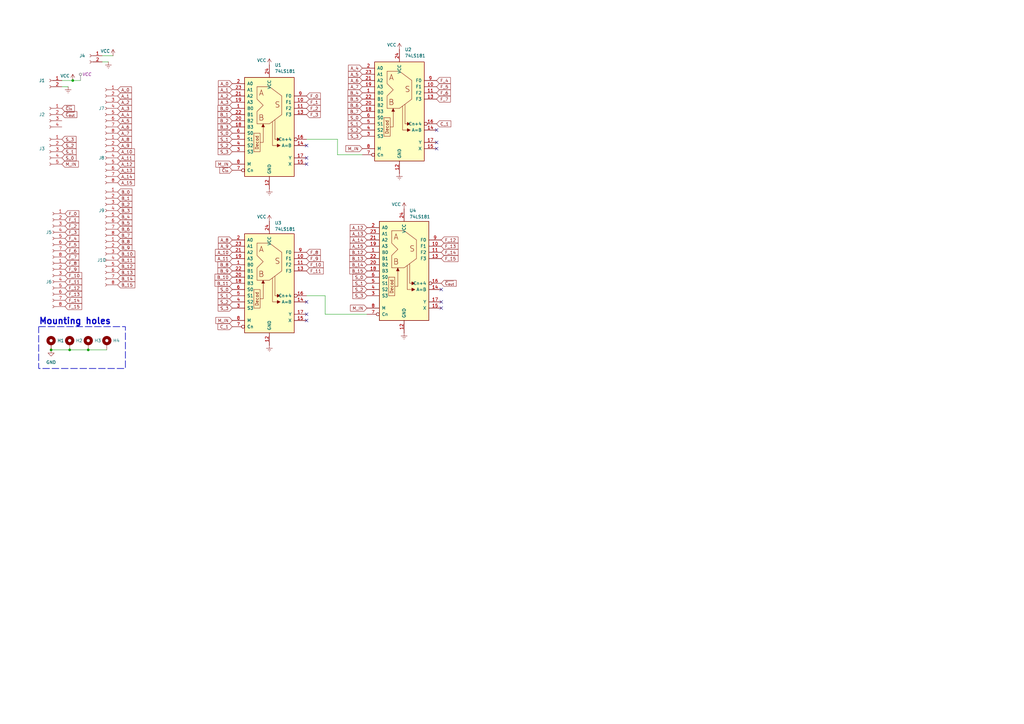
<source format=kicad_sch>
(kicad_sch (version 20231120) (generator "eeschema") (generator_version "8.0")
  (paper "A3")
  (lib_symbols
    (symbol "74xx:74LS181" (pin_names (offset 1.016))
      (property "Reference" "U" (at -7.62 21.59 0))
      (property "Value" "74LS181" (at -7.62 -21.59 0))
      (symbol "74LS181_1_0"
        (polyline (pts (xy -3.81 -6.35) (xy -2.54 -6.35) (xy -2.54 1.27)))
        (polyline (pts (xy -2.54 1.27) (xy -3.175 0) (xy -1.905 0)) (fill (type outline)))
        (polyline (pts (xy 1.27 2.159) (xy 1.27 -7.62) (xy 3.175 -7.62)))
        (polyline (pts (xy 3.175 -5.08) (xy 2.286 -5.08) (xy 2.286 2.921)))
        (polyline (pts (xy 4.445 -7.62) (xy 3.175 -6.985) (xy 3.175 -8.255) (xy 4.445 -7.62)) (fill (type outline)))
        (polyline (pts (xy 4.445 -5.08) (xy 3.175 -4.445) (xy 3.175 -5.715) (xy 4.445 -5.08)) (fill (type outline)))
        (polyline (pts (xy -6.35 -2.54) (xy -6.35 -10.16) (xy -3.81 -10.16) (xy -3.81 -2.54) (xy -6.35 -2.54)))
        (polyline (pts (xy -5.08 16.51) (xy -5.08 11.43) (xy -2.54 8.89) (xy -5.08 6.35) (xy -5.08 1.27) (xy 0 1.27) (xy 5.08 5.08) (xy 5.08 12.7) (xy 0 16.51) (xy -5.08 16.51)))
        (text "A" (at -3.302 13.97 0) (effects (font (size 2.286 2.286))))
        (text "B" (at -3.302 3.81 0) (effects (font (size 2.286 2.286))))
        (text "Decod" (at -5.08 -6.35 900) (effects (font (size 1.27 1.27))))
        (text "S" (at 3.302 9.144 0) (effects (font (size 2.286 2.286))))
        (pin input line (at -15.24 7.62 0) (length 5.08) (name "B0") (number "1"))
        (pin output line (at 15.24 10.16 180) (length 5.08) (name "F1") (number "10"))
        (pin output line (at 15.24 7.62 180) (length 5.08) (name "F2") (number "11"))
        (pin power_in line (at 0 -25.4 90) (length 5.08) (name "GND") (number "12"))
        (pin output line (at 15.24 5.08 180) (length 5.08) (name "F3") (number "13"))
        (pin output line (at 15.24 -7.62 180) (length 5.08) (name "A=B") (number "14"))
        (pin output line (at 15.24 -15.24 180) (length 5.08) (name "X") (number "15"))
        (pin output inverted (at 15.24 -5.08 180) (length 5.08) (name "Cn+4") (number "16"))
        (pin output line (at 15.24 -12.7 180) (length 5.08) (name "Y") (number "17"))
        (pin input line (at -15.24 0 0) (length 5.08) (name "B3") (number "18"))
        (pin input line (at -15.24 10.16 0) (length 5.08) (name "A3") (number "19"))
        (pin input line (at -15.24 17.78 0) (length 5.08) (name "A0") (number "2"))
        (pin input line (at -15.24 2.54 0) (length 5.08) (name "B2") (number "20"))
        (pin input line (at -15.24 12.7 0) (length 5.08) (name "A2") (number "21"))
        (pin input line (at -15.24 5.08 0) (length 5.08) (name "B1") (number "22"))
        (pin input line (at -15.24 15.24 0) (length 5.08) (name "A1") (number "23"))
        (pin power_in line (at 0 25.4 270) (length 5.08) (name "VCC") (number "24"))
        (pin input line (at -15.24 -10.16 0) (length 5.08) (name "S3") (number "3"))
        (pin input line (at -15.24 -7.62 0) (length 5.08) (name "S2") (number "4"))
        (pin input line (at -15.24 -5.08 0) (length 5.08) (name "S1") (number "5"))
        (pin input line (at -15.24 -2.54 0) (length 5.08) (name "S0") (number "6"))
        (pin input inverted (at -15.24 -17.78 0) (length 5.08) (name "Cn") (number "7"))
        (pin input line (at -15.24 -15.24 0) (length 5.08) (name "M") (number "8"))
        (pin output line (at 15.24 12.7 180) (length 5.08) (name "F0") (number "9"))
      )
      (symbol "74LS181_1_1"
        (rectangle (start -10.16 20.32) (end 10.16 -20.32) (stroke (width 0.254)) (fill (type background)))
      )
    )
    (symbol "Connector:Conn_01x02_Socket" (pin_names (offset 1.016) hide)
      (property "Reference" "J" (at 0 2.54 0))
      (property "Value" "Conn_01x02_Socket" (at 0 -5.08 0))
      (symbol "Conn_01x02_Socket_1_1"
        (arc (start 0 -2.032) (mid -0.5058 -2.54) (end 0 -3.048) (stroke (width 0.1524)))
        (polyline (pts (xy -1.27 -2.54) (xy -0.508 -2.54)) (stroke (width 0.1524)))
        (polyline (pts (xy -1.27 0) (xy -0.508 0)) (stroke (width 0.1524)))
        (arc (start 0 0.508) (mid -0.5058 0) (end 0 -0.508) (stroke (width 0.1524)))
        (pin passive line (at -5.08 0 0) (length 3.81) (name "Pin_1") (number "1"))
        (pin passive line (at -5.08 -2.54 0) (length 3.81) (name "Pin_2") (number "2"))
      )
    )
    (symbol "Connector:Conn_01x04_Socket" (pin_names (offset 1.016) hide)
      (property "Reference" "J" (at 0 5.08 0))
      (property "Value" "Conn_01x04_Socket" (at 0 -7.62 0))
      (symbol "Conn_01x04_Socket_1_1"
        (arc (start 0 -4.572) (mid -0.5058 -5.08) (end 0 -5.588) (stroke (width 0.1524)))
        (arc (start 0 -2.032) (mid -0.5058 -2.54) (end 0 -3.048) (stroke (width 0.1524)))
        (polyline (pts (xy -1.27 -5.08) (xy -0.508 -5.08)) (stroke (width 0.1524)))
        (polyline (pts (xy -1.27 -2.54) (xy -0.508 -2.54)) (stroke (width 0.1524)))
        (polyline (pts (xy -1.27 0) (xy -0.508 0)) (stroke (width 0.1524)))
        (polyline (pts (xy -1.27 2.54) (xy -0.508 2.54)) (stroke (width 0.1524)))
        (arc (start 0 0.508) (mid -0.5058 0) (end 0 -0.508) (stroke (width 0.1524)))
        (arc (start 0 3.048) (mid -0.5058 2.54) (end 0 2.032) (stroke (width 0.1524)))
        (pin passive line (at -5.08 2.54 0) (length 3.81) (name "Pin_1") (number "1"))
        (pin passive line (at -5.08 0 0) (length 3.81) (name "Pin_2") (number "2"))
        (pin passive line (at -5.08 -2.54 0) (length 3.81) (name "Pin_3") (number "3"))
        (pin passive line (at -5.08 -5.08 0) (length 3.81) (name "Pin_4") (number "4"))
      )
    )
    (symbol "Connector:Conn_01x05_Socket" (pin_names (offset 1.016) hide)
      (property "Reference" "J" (at 0 7.62 0))
      (property "Value" "Conn_01x05_Socket" (at 0 -7.62 0))
      (symbol "Conn_01x05_Socket_1_1"
        (arc (start 0 -4.572) (mid -0.5058 -5.08) (end 0 -5.588) (stroke (width 0.1524)))
        (arc (start 0 -2.032) (mid -0.5058 -2.54) (end 0 -3.048) (stroke (width 0.1524)))
        (polyline (pts (xy -1.27 -5.08) (xy -0.508 -5.08)) (stroke (width 0.1524)))
        (polyline (pts (xy -1.27 -2.54) (xy -0.508 -2.54)) (stroke (width 0.1524)))
        (polyline (pts (xy -1.27 0) (xy -0.508 0)) (stroke (width 0.1524)))
        (polyline (pts (xy -1.27 2.54) (xy -0.508 2.54)) (stroke (width 0.1524)))
        (polyline (pts (xy -1.27 5.08) (xy -0.508 5.08)) (stroke (width 0.1524)))
        (arc (start 0 0.508) (mid -0.5058 0) (end 0 -0.508) (stroke (width 0.1524)))
        (arc (start 0 3.048) (mid -0.5058 2.54) (end 0 2.032) (stroke (width 0.1524)))
        (arc (start 0 5.588) (mid -0.5058 5.08) (end 0 4.572) (stroke (width 0.1524)))
        (pin passive line (at -5.08 5.08 0) (length 3.81) (name "Pin_1") (number "1"))
        (pin passive line (at -5.08 2.54 0) (length 3.81) (name "Pin_2") (number "2"))
        (pin passive line (at -5.08 0 0) (length 3.81) (name "Pin_3") (number "3"))
        (pin passive line (at -5.08 -2.54 0) (length 3.81) (name "Pin_4") (number "4"))
        (pin passive line (at -5.08 -5.08 0) (length 3.81) (name "Pin_5") (number "5"))
      )
    )
    (symbol "Connector:Conn_01x08_Socket" (pin_names (offset 1.016) hide)
      (property "Reference" "J" (at 0 10.16 0))
      (property "Value" "Conn_01x08_Socket" (at 0 -12.7 0))
      (symbol "Conn_01x08_Socket_1_1"
        (arc (start 0 -9.652) (mid -0.5058 -10.16) (end 0 -10.668) (stroke (width 0.1524)))
        (arc (start 0 -7.112) (mid -0.5058 -7.62) (end 0 -8.128) (stroke (width 0.1524)))
        (arc (start 0 -4.572) (mid -0.5058 -5.08) (end 0 -5.588) (stroke (width 0.1524)))
        (arc (start 0 -2.032) (mid -0.5058 -2.54) (end 0 -3.048) (stroke (width 0.1524)))
        (polyline (pts (xy -1.27 -10.16) (xy -0.508 -10.16)) (stroke (width 0.1524)))
        (polyline (pts (xy -1.27 -7.62) (xy -0.508 -7.62)) (stroke (width 0.1524)))
        (polyline (pts (xy -1.27 -5.08) (xy -0.508 -5.08)) (stroke (width 0.1524)))
        (polyline (pts (xy -1.27 -2.54) (xy -0.508 -2.54)) (stroke (width 0.1524)))
        (polyline (pts (xy -1.27 0) (xy -0.508 0)) (stroke (width 0.1524)))
        (polyline (pts (xy -1.27 2.54) (xy -0.508 2.54)) (stroke (width 0.1524)))
        (polyline (pts (xy -1.27 5.08) (xy -0.508 5.08)) (stroke (width 0.1524)))
        (polyline (pts (xy -1.27 7.62) (xy -0.508 7.62)) (stroke (width 0.1524)))
        (arc (start 0 0.508) (mid -0.5058 0) (end 0 -0.508) (stroke (width 0.1524)))
        (arc (start 0 3.048) (mid -0.5058 2.54) (end 0 2.032) (stroke (width 0.1524)))
        (arc (start 0 5.588) (mid -0.5058 5.08) (end 0 4.572) (stroke (width 0.1524)))
        (arc (start 0 8.128) (mid -0.5058 7.62) (end 0 7.112) (stroke (width 0.1524)))
        (pin passive line (at -5.08 7.62 0) (length 3.81) (name "Pin_1") (number "1"))
        (pin passive line (at -5.08 5.08 0) (length 3.81) (name "Pin_2") (number "2"))
        (pin passive line (at -5.08 2.54 0) (length 3.81) (name "Pin_3") (number "3"))
        (pin passive line (at -5.08 0 0) (length 3.81) (name "Pin_4") (number "4"))
        (pin passive line (at -5.08 -2.54 0) (length 3.81) (name "Pin_5") (number "5"))
        (pin passive line (at -5.08 -5.08 0) (length 3.81) (name "Pin_6") (number "6"))
        (pin passive line (at -5.08 -7.62 0) (length 3.81) (name "Pin_7") (number "7"))
        (pin passive line (at -5.08 -10.16 0) (length 3.81) (name "Pin_8") (number "8"))
      )
    )
    (symbol "Mechanical:MountingHole_Pad" (pin_numbers hide) (pin_names (offset 1.016) hide) (exclude_from_sim yes) (in_bom no)
      (property "Reference" "H" (at 0 6.35 0))
      (property "Value" "MountingHole_Pad" (at 0 4.445 0))
      (symbol "MountingHole_Pad_0_1"
        (circle (center 0 1.27) (radius 1.27) (stroke (width 1.27)))
      )
      (symbol "MountingHole_Pad_1_1"
        (pin input line (at 0 -2.54 90) (length 2.54) (name "1") (number "1"))
      )
    )
    (symbol "power:Earth" (power) (pin_numbers hide) (pin_names (offset 0) hide)
      (property "Value" "Earth" (at 0 -3.81 0))
      (symbol "Earth_0_1"
        (polyline (pts (xy -0.635 -1.905) (xy 0.635 -1.905)))
        (polyline (pts (xy -0.127 -2.54) (xy 0.127 -2.54)))
        (polyline (pts (xy 0 -1.27) (xy 0 0)))
        (polyline (pts (xy 1.27 -1.27) (xy -1.27 -1.27)))
      )
      (symbol "Earth_1_1"
        (pin power_in line (at 0 0 270) (length 0) (name "~") (number "1"))
      )
    )
    (symbol "power:GND" (power) (pin_numbers hide) (pin_names (offset 0) hide)
      (property "Value" "GND" (at 0 -3.81 0))
      (symbol "GND_0_1"
        (polyline (pts (xy 0 0) (xy 0 -1.27) (xy 1.27 -1.27) (xy 0 -2.54) (xy -1.27 -1.27) (xy 0 -1.27)))
      )
      (symbol "GND_1_1"
        (pin power_in line (at 0 0 270) (length 0) (name "~") (number "1"))
      )
    )
    (symbol "power:VCC" (power) (pin_numbers hide) (pin_names (offset 0) hide)
      (property "Value" "VCC" (at 0 3.556 0))
      (symbol "VCC_0_1"
        (polyline (pts (xy -0.762 1.27) (xy 0 2.54)))
        (polyline (pts (xy 0 0) (xy 0 2.54)))
        (polyline (pts (xy 0 2.54) (xy 0.762 1.27)))
      )
      (symbol "VCC_1_1"
        (pin power_in line (at 0 0 90) (length 0) (name "~") (number "1"))
      )
    )
  )
  (junction (at 28.575 143.51))
  (junction (at 29.845 33.02))
  (junction (at 36.195 143.51))
  (junction (at 20.955 143.51))
  (no_connect (at 180.975 123.825))
  (no_connect (at 180.975 118.745))
  (no_connect (at 125.73 123.825))
  (no_connect (at 179.07 60.96))
  (no_connect (at 125.73 131.445))
  (no_connect (at 125.73 59.69))
  (no_connect (at 125.73 128.905))
  (no_connect (at 125.73 64.77))
  (no_connect (at 125.73 67.31))
  (no_connect (at 179.07 53.34))
  (no_connect (at 180.975 126.365))
  (no_connect (at 179.07 58.42))
  (wire (pts (xy 133.35 128.905) (xy 150.495 128.905)))
  (wire (pts (xy 125.73 121.285) (xy 133.35 121.285)))
  (wire (pts (xy 27.94 35.56) (xy 25.4 35.56)))
  (wire (pts (xy 125.73 57.15) (xy 138.43 57.15)))
  (wire (pts (xy 29.845 33.02) (xy 33.02 33.02)))
  (wire (pts (xy 138.43 57.15) (xy 138.43 63.5)))
  (wire (pts (xy 25.4 33.02) (xy 29.845 33.02)))
  (wire (pts (xy 20.955 143.51) (xy 28.575 143.51)))
  (wire (pts (xy 28.575 143.51) (xy 36.195 143.51)))
  (wire (pts (xy 41.91 22.86) (xy 46.355 22.86)))
  (wire (pts (xy 138.43 63.5) (xy 148.59 63.5)))
  (wire (pts (xy 44.45 25.4) (xy 41.91 25.4)))
  (wire (pts (xy 36.195 143.51) (xy 43.815 143.51)))
  (wire (pts (xy 133.35 121.285) (xy 133.35 128.905)))
  (rectangle (start 15.875 133.985) (end 51.435 151.13) (stroke (width 0.254) (type dash)))
  (text "Mounting holes" (at 15.875 131.826 0) (effects (font (size 2.54 2.54) (thickness 0.508) (bold yes)) (justify left)))
  (global_label "B_5" (shape input) (at 148.59 40.64 180) (property "Intersheetrefs" "${INTERSHEET_REFS}" (effects (hide yes))))
  (global_label "A_5" (shape input) (at 148.59 30.48 180) (property "Intersheetrefs" "${INTERSHEET_REFS}" (effects (hide yes))))
  (global_label "F_10" (shape input) (at 26.67 113.03 0) (property "Intersheetrefs" "${INTERSHEET_REFS}" (effects (hide yes))))
  (global_label "F_0" (shape input) (at 26.67 87.63 0) (property "Intersheetrefs" "${INTERSHEET_REFS}" (effects (hide yes))))
  (global_label "~{C_{in}}" (shape input) (at 95.25 69.85 180) (property "Intersheetrefs" "${INTERSHEET_REFS}" (effects (hide yes))))
  (global_label "M_IN" (shape input) (at 25.4 67.31 0) (property "Intersheetrefs" "${INTERSHEET_REFS}" (effects (hide yes))))
  (global_label "S_1" (shape input) (at 25.4 62.23 0) (property "Intersheetrefs" "${INTERSHEET_REFS}" (effects (hide yes))))
  (global_label "B_2" (shape input) (at 95.25 49.53 180) (property "Intersheetrefs" "${INTERSHEET_REFS}" (effects (hide yes))))
  (global_label "S_3" (shape input) (at 95.25 126.365 180) (property "Intersheetrefs" "${INTERSHEET_REFS}" (effects (hide yes))))
  (global_label "S_2" (shape input) (at 25.4 59.69 0) (property "Intersheetrefs" "${INTERSHEET_REFS}" (effects (hide yes))))
  (global_label "B_15" (shape input) (at 48.26 116.84 0) (property "Intersheetrefs" "${INTERSHEET_REFS}" (effects (hide yes))))
  (global_label "B_2" (shape input) (at 48.26 83.82 0) (property "Intersheetrefs" "${INTERSHEET_REFS}" (effects (hide yes))))
  (global_label "B_15" (shape input) (at 150.495 111.125 180) (property "Intersheetrefs" "${INTERSHEET_REFS}" (effects (hide yes))))
  (global_label "B_13" (shape input) (at 150.495 106.045 180) (property "Intersheetrefs" "${INTERSHEET_REFS}" (effects (hide yes))))
  (global_label "~{C_{in}}" (shape input) (at 25.4 44.45 0) (property "Intersheetrefs" "${INTERSHEET_REFS}" (effects (hide yes))))
  (global_label "S_0" (shape input) (at 95.25 54.61 180) (property "Intersheetrefs" "${INTERSHEET_REFS}" (effects (hide yes))))
  (global_label "M_IN" (shape input) (at 95.25 67.31 180) (property "Intersheetrefs" "${INTERSHEET_REFS}" (effects (hide yes))))
  (global_label "B_12" (shape input) (at 150.495 103.505 180) (property "Intersheetrefs" "${INTERSHEET_REFS}" (effects (hide yes))))
  (global_label "F_13" (shape input) (at 180.975 100.965 0) (property "Intersheetrefs" "${INTERSHEET_REFS}" (effects (hide yes))))
  (global_label "F_4" (shape input) (at 26.67 97.79 0) (property "Intersheetrefs" "${INTERSHEET_REFS}" (effects (hide yes))))
  (global_label "F_4" (shape input) (at 179.07 33.02 0) (property "Intersheetrefs" "${INTERSHEET_REFS}" (effects (hide yes))))
  (global_label "A_7" (shape input) (at 48.26 54.61 0) (property "Intersheetrefs" "${INTERSHEET_REFS}" (effects (hide yes))))
  (global_label "F_13" (shape input) (at 26.67 120.65 0) (property "Intersheetrefs" "${INTERSHEET_REFS}" (effects (hide yes))))
  (global_label "F_8" (shape input) (at 26.67 107.95 0) (property "Intersheetrefs" "${INTERSHEET_REFS}" (effects (hide yes))))
  (global_label "F_12" (shape input) (at 180.975 98.425 0) (property "Intersheetrefs" "${INTERSHEET_REFS}" (effects (hide yes))))
  (global_label "B_11" (shape input) (at 95.25 116.205 180) (property "Intersheetrefs" "${INTERSHEET_REFS}" (effects (hide yes))))
  (global_label "B_13" (shape input) (at 48.26 111.76 0) (property "Intersheetrefs" "${INTERSHEET_REFS}" (effects (hide yes))))
  (global_label "A_8" (shape input) (at 48.26 57.15 0) (property "Intersheetrefs" "${INTERSHEET_REFS}" (effects (hide yes))))
  (global_label "B_5" (shape input) (at 48.26 91.44 0) (property "Intersheetrefs" "${INTERSHEET_REFS}" (effects (hide yes))))
  (global_label "A_1" (shape input) (at 95.25 36.83 180) (property "Intersheetrefs" "${INTERSHEET_REFS}" (effects (hide yes))))
  (global_label "F_6" (shape input) (at 26.67 102.87 0) (property "Intersheetrefs" "${INTERSHEET_REFS}" (effects (hide yes))))
  (global_label "F_10" (shape input) (at 125.73 108.585 0) (property "Intersheetrefs" "${INTERSHEET_REFS}" (effects (hide yes))))
  (global_label "F_12" (shape input) (at 26.67 118.11 0) (property "Intersheetrefs" "${INTERSHEET_REFS}" (effects (hide yes))))
  (global_label "S_2" (shape input) (at 150.495 118.745 180) (property "Intersheetrefs" "${INTERSHEET_REFS}" (effects (hide yes))))
  (global_label "B_0" (shape input) (at 48.26 78.74 0) (property "Intersheetrefs" "${INTERSHEET_REFS}" (effects (hide yes))))
  (global_label "F_0" (shape input) (at 125.73 39.37 0) (property "Intersheetrefs" "${INTERSHEET_REFS}" (effects (hide yes))))
  (global_label "B_7" (shape input) (at 48.26 96.52 0) (property "Intersheetrefs" "${INTERSHEET_REFS}" (effects (hide yes))))
  (global_label "S_1" (shape input) (at 150.495 116.205 180) (property "Intersheetrefs" "${INTERSHEET_REFS}" (effects (hide yes))))
  (global_label "M_IN" (shape input) (at 150.495 126.365 180) (property "Intersheetrefs" "${INTERSHEET_REFS}" (effects (hide yes))))
  (global_label "F_7" (shape input) (at 179.07 40.64 0) (property "Intersheetrefs" "${INTERSHEET_REFS}" (effects (hide yes))))
  (global_label "B_14" (shape input) (at 48.26 114.3 0) (property "Intersheetrefs" "${INTERSHEET_REFS}" (effects (hide yes))))
  (global_label "S_3" (shape input) (at 25.4 57.15 0) (property "Intersheetrefs" "${INTERSHEET_REFS}" (effects (hide yes))))
  (global_label "B_1" (shape input) (at 95.25 46.99 180) (property "Intersheetrefs" "${INTERSHEET_REFS}" (effects (hide yes))))
  (global_label "F_2" (shape input) (at 125.73 44.45 0) (property "Intersheetrefs" "${INTERSHEET_REFS}" (effects (hide yes))))
  (global_label "B_12" (shape input) (at 48.26 109.22 0) (property "Intersheetrefs" "${INTERSHEET_REFS}" (effects (hide yes))))
  (global_label "S_2" (shape input) (at 148.59 53.34 180) (property "Intersheetrefs" "${INTERSHEET_REFS}" (effects (hide yes))))
  (global_label "A_12" (shape input) (at 48.26 67.31 0) (property "Intersheetrefs" "${INTERSHEET_REFS}" (effects (hide yes))))
  (global_label "B_3" (shape input) (at 48.26 86.36 0) (property "Intersheetrefs" "${INTERSHEET_REFS}" (effects (hide yes))))
  (global_label "F_3" (shape input) (at 125.73 46.99 0) (property "Intersheetrefs" "${INTERSHEET_REFS}" (effects (hide yes))))
  (global_label "F_15" (shape input) (at 180.975 106.045 0) (property "Intersheetrefs" "${INTERSHEET_REFS}" (effects (hide yes))))
  (global_label "S_1" (shape input) (at 95.25 121.285 180) (property "Intersheetrefs" "${INTERSHEET_REFS}" (effects (hide yes))))
  (global_label "A_7" (shape input) (at 148.59 35.56 180) (property "Intersheetrefs" "${INTERSHEET_REFS}" (effects (hide yes))))
  (global_label "F_5" (shape input) (at 179.07 35.56 0) (property "Intersheetrefs" "${INTERSHEET_REFS}" (effects (hide yes))))
  (global_label "C_1" (shape input) (at 179.07 50.8 0) (property "Intersheetrefs" "${INTERSHEET_REFS}" (effects (hide yes))))
  (global_label "S_1" (shape input) (at 95.25 57.15 180) (property "Intersheetrefs" "${INTERSHEET_REFS}" (effects (hide yes))))
  (global_label "A_2" (shape input) (at 95.25 39.37 180) (property "Intersheetrefs" "${INTERSHEET_REFS}" (effects (hide yes))))
  (global_label "F_1" (shape input) (at 125.73 41.91 0) (property "Intersheetrefs" "${INTERSHEET_REFS}" (effects (hide yes))))
  (global_label "S_0" (shape input) (at 150.495 113.665 180) (property "Intersheetrefs" "${INTERSHEET_REFS}" (effects (hide yes))))
  (global_label "A_9" (shape input) (at 48.26 59.69 0) (property "Intersheetrefs" "${INTERSHEET_REFS}" (effects (hide yes))))
  (global_label "A_0" (shape input) (at 48.26 36.83 0) (property "Intersheetrefs" "${INTERSHEET_REFS}" (effects (hide yes))))
  (global_label "B_7" (shape input) (at 148.59 45.72 180) (property "Intersheetrefs" "${INTERSHEET_REFS}" (effects (hide yes))))
  (global_label "B_8" (shape input) (at 95.25 108.585 180) (property "Intersheetrefs" "${INTERSHEET_REFS}" (effects (hide yes))))
  (global_label "A_14" (shape input) (at 48.26 72.39 0) (property "Intersheetrefs" "${INTERSHEET_REFS}" (effects (hide yes))))
  (global_label "A_6" (shape input) (at 148.59 33.02 180) (property "Intersheetrefs" "${INTERSHEET_REFS}" (effects (hide yes))))
  (global_label "B_14" (shape input) (at 150.495 108.585 180) (property "Intersheetrefs" "${INTERSHEET_REFS}" (effects (hide yes))))
  (global_label "C_1" (shape input) (at 95.25 133.985 180) (property "Intersheetrefs" "${INTERSHEET_REFS}" (effects (hide yes))))
  (global_label "B_8" (shape input) (at 48.26 99.06 0) (property "Intersheetrefs" "${INTERSHEET_REFS}" (effects (hide yes))))
  (global_label "F_11" (shape input) (at 125.73 111.125 0) (property "Intersheetrefs" "${INTERSHEET_REFS}" (effects (hide yes))))
  (global_label "F_7" (shape input) (at 26.67 105.41 0) (property "Intersheetrefs" "${INTERSHEET_REFS}" (effects (hide yes))))
  (global_label "F_9" (shape input) (at 125.73 106.045 0) (property "Intersheetrefs" "${INTERSHEET_REFS}" (effects (hide yes))))
  (global_label "B_1" (shape input) (at 48.26 81.28 0) (property "Intersheetrefs" "${INTERSHEET_REFS}" (effects (hide yes))))
  (global_label "A_10" (shape input) (at 48.26 62.23 0) (property "Intersheetrefs" "${INTERSHEET_REFS}" (effects (hide yes))))
  (global_label "B_0" (shape input) (at 95.25 44.45 180) (property "Intersheetrefs" "${INTERSHEET_REFS}" (effects (hide yes))))
  (global_label "A_0" (shape input) (at 95.25 34.29 180) (property "Intersheetrefs" "${INTERSHEET_REFS}" (effects (hide yes))))
  (global_label "A_13" (shape input) (at 48.26 69.85 0) (property "Intersheetrefs" "${INTERSHEET_REFS}" (effects (hide yes))))
  (global_label "F_6" (shape input) (at 179.07 38.1 0) (property "Intersheetrefs" "${INTERSHEET_REFS}" (effects (hide yes))))
  (global_label "S_1" (shape input) (at 148.59 50.8 180) (property "Intersheetrefs" "${INTERSHEET_REFS}" (effects (hide yes))))
  (global_label "A_13" (shape input) (at 150.495 95.885 180) (property "Intersheetrefs" "${INTERSHEET_REFS}" (effects (hide yes))))
  (global_label "B_4" (shape input) (at 148.59 38.1 180) (property "Intersheetrefs" "${INTERSHEET_REFS}" (effects (hide yes))))
  (global_label "A_11" (shape input) (at 48.26 64.77 0) (property "Intersheetrefs" "${INTERSHEET_REFS}" (effects (hide yes))))
  (global_label "F_5" (shape input) (at 26.67 100.33 0) (property "Intersheetrefs" "${INTERSHEET_REFS}" (effects (hide yes))))
  (global_label "A_12" (shape input) (at 150.495 93.345 180) (property "Intersheetrefs" "${INTERSHEET_REFS}" (effects (hide yes))))
  (global_label "A_14" (shape input) (at 150.495 98.425 180) (property "Intersheetrefs" "${INTERSHEET_REFS}" (effects (hide yes))))
  (global_label "S_3" (shape input) (at 148.59 55.88 180) (property "Intersheetrefs" "${INTERSHEET_REFS}" (effects (hide yes))))
  (global_label "F_1" (shape input) (at 26.67 90.17 0) (property "Intersheetrefs" "${INTERSHEET_REFS}" (effects (hide yes))))
  (global_label "~{C_{out}}" (shape input) (at 25.4 46.99 0) (property "Intersheetrefs" "${INTERSHEET_REFS}" (effects (hide yes))))
  (global_label "F_9" (shape input) (at 26.67 110.49 0) (property "Intersheetrefs" "${INTERSHEET_REFS}" (effects (hide yes))))
  (global_label "S_2" (shape input) (at 95.25 59.69 180) (property "Intersheetrefs" "${INTERSHEET_REFS}" (effects (hide yes))))
  (global_label "A_9" (shape input) (at 95.25 100.965 180) (property "Intersheetrefs" "${INTERSHEET_REFS}" (effects (hide yes))))
  (global_label "A_1" (shape input) (at 48.26 39.37 0) (property "Intersheetrefs" "${INTERSHEET_REFS}" (effects (hide yes))))
  (global_label "F_2" (shape input) (at 26.67 92.71 0) (property "Intersheetrefs" "${INTERSHEET_REFS}" (effects (hide yes))))
  (global_label "B_6" (shape input) (at 48.26 93.98 0) (property "Intersheetrefs" "${INTERSHEET_REFS}" (effects (hide yes))))
  (global_label "F_8" (shape input) (at 125.73 103.505 0) (property "Intersheetrefs" "${INTERSHEET_REFS}" (effects (hide yes))))
  (global_label "A_6" (shape input) (at 48.26 52.07 0) (property "Intersheetrefs" "${INTERSHEET_REFS}" (effects (hide yes))))
  (global_label "A_15" (shape input) (at 150.495 100.965 180) (property "Intersheetrefs" "${INTERSHEET_REFS}" (effects (hide yes))))
  (global_label "A_4" (shape input) (at 48.26 46.99 0) (property "Intersheetrefs" "${INTERSHEET_REFS}" (effects (hide yes))))
  (global_label "B_9" (shape input) (at 48.26 101.6 0) (property "Intersheetrefs" "${INTERSHEET_REFS}" (effects (hide yes))))
  (global_label "F_11" (shape input) (at 26.67 115.57 0) (property "Intersheetrefs" "${INTERSHEET_REFS}" (effects (hide yes))))
  (global_label "M_IN" (shape input) (at 95.25 131.445 180) (property "Intersheetrefs" "${INTERSHEET_REFS}" (effects (hide yes))))
  (global_label "A_15" (shape input) (at 48.26 74.93 0) (property "Intersheetrefs" "${INTERSHEET_REFS}" (effects (hide yes))))
  (global_label "F_14" (shape input) (at 180.975 103.505 0) (property "Intersheetrefs" "${INTERSHEET_REFS}" (effects (hide yes))))
  (global_label "B_10" (shape input) (at 95.25 113.665 180) (property "Intersheetrefs" "${INTERSHEET_REFS}" (effects (hide yes))))
  (global_label "M_IN" (shape input) (at 148.59 60.96 180) (property "Intersheetrefs" "${INTERSHEET_REFS}" (effects (hide yes))))
  (global_label "S_0" (shape input) (at 148.59 48.26 180) (property "Intersheetrefs" "${INTERSHEET_REFS}" (effects (hide yes))))
  (global_label "S_3" (shape input) (at 150.495 121.285 180) (property "Intersheetrefs" "${INTERSHEET_REFS}" (effects (hide yes))))
  (global_label "A_3" (shape input) (at 48.26 44.45 0) (property "Intersheetrefs" "${INTERSHEET_REFS}" (effects (hide yes))))
  (global_label "A_4" (shape input) (at 148.59 27.94 180) (property "Intersheetrefs" "${INTERSHEET_REFS}" (effects (hide yes))))
  (global_label "S_2" (shape input) (at 95.25 123.825 180) (property "Intersheetrefs" "${INTERSHEET_REFS}" (effects (hide yes))))
  (global_label "S_3" (shape input) (at 95.25 62.23 180) (property "Intersheetrefs" "${INTERSHEET_REFS}" (effects (hide yes))))
  (global_label "B_10" (shape input) (at 48.26 104.14 0) (property "Intersheetrefs" "${INTERSHEET_REFS}" (effects (hide yes))))
  (global_label "B_11" (shape input) (at 48.26 106.68 0) (property "Intersheetrefs" "${INTERSHEET_REFS}" (effects (hide yes))))
  (global_label "A_5" (shape input) (at 48.26 49.53 0) (property "Intersheetrefs" "${INTERSHEET_REFS}" (effects (hide yes))))
  (global_label "S_0" (shape input) (at 95.25 118.745 180) (property "Intersheetrefs" "${INTERSHEET_REFS}" (effects (hide yes))))
  (global_label "A_3" (shape input) (at 95.25 41.91 180) (property "Intersheetrefs" "${INTERSHEET_REFS}" (effects (hide yes))))
  (global_label "A_8" (shape input) (at 95.25 98.425 180) (property "Intersheetrefs" "${INTERSHEET_REFS}" (effects (hide yes))))
  (global_label "F_14" (shape input) (at 26.67 123.19 0) (property "Intersheetrefs" "${INTERSHEET_REFS}" (effects (hide yes))))
  (global_label "A_10" (shape input) (at 95.25 103.505 180) (property "Intersheetrefs" "${INTERSHEET_REFS}" (effects (hide yes))))
  (global_label "B_4" (shape input) (at 48.26 88.9 0) (property "Intersheetrefs" "${INTERSHEET_REFS}" (effects (hide yes))))
  (global_label "S_0" (shape input) (at 25.4 64.77 0) (property "Intersheetrefs" "${INTERSHEET_REFS}" (effects (hide yes))))
  (global_label "A_2" (shape input) (at 48.26 41.91 0) (property "Intersheetrefs" "${INTERSHEET_REFS}" (effects (hide yes))))
  (global_label "F_3" (shape input) (at 26.67 95.25 0) (property "Intersheetrefs" "${INTERSHEET_REFS}" (effects (hide yes))))
  (global_label "B_6" (shape input) (at 148.59 43.18 180) (property "Intersheetrefs" "${INTERSHEET_REFS}" (effects (hide yes))))
  (global_label "A_11" (shape input) (at 95.25 106.045 180) (property "Intersheetrefs" "${INTERSHEET_REFS}" (effects (hide yes))))
  (global_label "B_3" (shape input) (at 95.25 52.07 180) (property "Intersheetrefs" "${INTERSHEET_REFS}" (effects (hide yes))))
  (global_label "~{C_{out}}" (shape input) (at 180.975 116.205 0) (property "Intersheetrefs" "${INTERSHEET_REFS}" (effects (hide yes))))
  (global_label "B_9" (shape input) (at 95.25 111.125 180) (property "Intersheetrefs" "${INTERSHEET_REFS}" (effects (hide yes))))
  (global_label "F_15" (shape input) (at 26.67 125.73 0) (property "Intersheetrefs" "${INTERSHEET_REFS}" (effects (hide yes))))
  (netclass_flag "" (length 2.54) (shape round) (at 33.02 33.02 0) (property "Netclass" "VCC" (at 33.7185 30.48 0) (effects (font (italic yes)) (justify left))))
  (symbol (lib_id "power:Earth") (at 110.49 77.47 0) (unit 1)
    (property "Reference" "#PWR07" (effects (hide yes)))
    (property "Value" "GND" (effects (hide yes)))
    (property "Description" "Power symbol creates a global label with name \"Earth\"" (effects (hide yes)))
  )
  (symbol (lib_id "Mechanical:MountingHole_Pad") (at 36.195 140.97 0) (unit 1) (exclude_from_sim yes) (in_bom no)
    (property "Reference" "H3" (at 38.735 139.6999 0) (effects (justify left)))
    (property "Value" "MountingHole_Pad" (effects (hide yes)))
    (property "Footprint" "MountingHole:MountingHole_2.2mm_M2_DIN965_Pad" (effects (hide yes)))
    (property "Description" "Mounting Hole with connection" (effects (hide yes)))
  )
  (symbol (lib_id "power:VCC") (at 165.735 85.725 0) (unit 1)
    (property "Reference" "#PWR05" (effects (hide yes)))
    (property "Value" "VCC" (at 162.56 83.82 0))
    (property "Description" "Power symbol creates a global label with name \"VCC\"" (effects (hide yes)))
  )
  (symbol (lib_id "Connector:Conn_01x08_Socket") (at 21.59 115.57 0) (mirror y) (unit 1)
    (property "Reference" "J6" (at 20.066 115.57 0))
    (property "Value" "Conn_01x08_Socket" (effects (hide yes)))
    (property "Footprint" "Connector_JST:JST_XH_S8B-XH-A-1_1x08_P2.50mm_Horizontal" (effects (hide yes)))
    (property "Description" "Generic connector, single row, 01x08, script generated" (effects (hide yes)))
  )
  (symbol (lib_id "74xx:74LS181") (at 110.49 116.205 0) (unit 1)
    (property "Reference" "U3" (at 112.6841 91.44 0) (effects (justify left)))
    (property "Value" "74LS181" (at 112.6841 93.98 0) (effects (justify left)))
    (property "Footprint" "Package_DIP:DIP-24_W15.24mm_Socket_LongPads" (effects (hide yes)))
    (property "Datasheet" "74xx/74F181.pdf" (effects (hide yes)))
    (property "Description" "Arithmetic logic unit" (effects (hide yes)))
  )
  (symbol (lib_id "74xx:74LS181") (at 110.49 52.07 0) (unit 1)
    (property "Reference" "U1" (at 112.6841 26.67 0) (effects (justify left)))
    (property "Value" "74LS181" (at 112.6841 29.21 0) (effects (justify left)))
    (property "Footprint" "Package_DIP:DIP-24_W15.24mm_Socket_LongPads" (effects (hide yes)))
    (property "Datasheet" "74xx/74F181.pdf" (effects (hide yes)))
    (property "Description" "Arithmetic logic unit" (effects (hide yes)))
  )
  (symbol (lib_id "74xx:74LS181") (at 163.83 45.72 0) (unit 1)
    (property "Reference" "U2" (at 166.0241 20.32 0) (effects (justify left)))
    (property "Value" "74LS181" (at 166.0241 22.86 0) (effects (justify left)))
    (property "Footprint" "Package_DIP:DIP-24_W15.24mm_Socket_LongPads" (effects (hide yes)))
    (property "Datasheet" "74xx/74F181.pdf" (effects (hide yes)))
    (property "Description" "Arithmetic logic unit" (effects (hide yes)))
  )
  (symbol (lib_id "power:GND") (at 20.955 143.51 0) (unit 1)
    (property "Reference" "#PWR01" (effects (hide yes)))
    (property "Value" "GND" (at 20.955 148.59 0))
    (property "Description" "Power symbol creates a global label with name \"GND\" , ground" (effects (hide yes)))
  )
  (symbol (lib_id "power:Earth") (at 163.83 71.12 0) (unit 1)
    (property "Reference" "#PWR06" (effects (hide yes)))
    (property "Value" "GND" (effects (hide yes)))
    (property "Description" "Power symbol creates a global label with name \"Earth\"" (effects (hide yes)))
  )
  (symbol (lib_id "power:Earth") (at 44.45 25.4 0) (unit 1)
    (property "Reference" "#PWR012" (effects (hide yes)))
    (property "Value" "GND" (effects (hide yes)))
    (property "Description" "Power symbol creates a global label with name \"Earth\"" (effects (hide yes)))
  )
  (symbol (lib_id "Connector:Conn_01x02_Socket") (at 20.32 33.02 0) (mirror y) (unit 1)
    (property "Reference" "J1" (at 18.415 33.0199 0) (effects (justify left)))
    (property "Value" "Conn_01x02_Socket" (effects (hide yes)))
    (property "Footprint" "Connector_JST:JST_XH_S2B-XH-A-1_1x02_P2.50mm_Horizontal" (effects (hide yes)))
    (property "Description" "Generic connector, single row, 01x02, script generated" (effects (hide yes)))
  )
  (symbol (lib_id "power:Earth") (at 165.735 136.525 0) (unit 1)
    (property "Reference" "#PWR08" (effects (hide yes)))
    (property "Value" "GND" (effects (hide yes)))
    (property "Description" "Power symbol creates a global label with name \"Earth\"" (effects (hide yes)))
  )
  (symbol (lib_id "Connector:Conn_01x08_Socket") (at 21.59 95.25 0) (mirror y) (unit 1)
    (property "Reference" "J5" (at 20.066 95.25 0))
    (property "Value" "Conn_01x08_Socket" (effects (hide yes)))
    (property "Footprint" "Connector_JST:JST_XH_S8B-XH-A-1_1x08_P2.50mm_Horizontal" (effects (hide yes)))
    (property "Description" "Generic connector, single row, 01x08, script generated" (effects (hide yes)))
  )
  (symbol (lib_id "Mechanical:MountingHole_Pad") (at 20.955 140.97 0) (unit 1) (exclude_from_sim yes) (in_bom no)
    (property "Reference" "H1" (at 23.495 139.6999 0) (effects (justify left)))
    (property "Value" "MountingHole_Pad" (effects (hide yes)))
    (property "Footprint" "MountingHole:MountingHole_2.2mm_M2_DIN965_Pad" (effects (hide yes)))
    (property "Description" "Mounting Hole with connection" (effects (hide yes)))
  )
  (symbol (lib_id "74xx:74LS181") (at 165.735 111.125 0) (unit 1)
    (property "Reference" "U4" (at 167.9291 86.36 0) (effects (justify left)))
    (property "Value" "74LS181" (at 167.9291 88.9 0) (effects (justify left)))
    (property "Footprint" "Package_DIP:DIP-24_W15.24mm_Socket_LongPads" (effects (hide yes)))
    (property "Datasheet" "74xx/74F181.pdf" (effects (hide yes)))
    (property "Description" "Arithmetic logic unit" (effects (hide yes)))
  )
  (symbol (lib_id "power:VCC") (at 163.83 20.32 0) (unit 1)
    (property "Reference" "#PWR02" (effects (hide yes)))
    (property "Value" "VCC" (at 160.655 18.415 0))
    (property "Description" "Power symbol creates a global label with name \"VCC\"" (effects (hide yes)))
  )
  (symbol (lib_id "power:VCC") (at 46.355 22.86 0) (unit 1)
    (property "Reference" "#PWR013" (effects (hide yes)))
    (property "Value" "VCC" (at 43.18 20.955 0))
    (property "Description" "Power symbol creates a global label with name \"VCC\"" (effects (hide yes)))
  )
  (symbol (lib_id "Connector:Conn_01x08_Socket") (at 43.18 86.36 0) (mirror y) (unit 1)
    (property "Reference" "J9" (at 41.656 86.36 0))
    (property "Value" "Conn_01x08_Socket" (effects (hide yes)))
    (property "Footprint" "Connector_JST:JST_XH_S8B-XH-A-1_1x08_P2.50mm_Horizontal" (effects (hide yes)))
    (property "Description" "Generic connector, single row, 01x08, script generated" (effects (hide yes)))
  )
  (symbol (lib_id "power:VCC") (at 110.49 90.805 0) (unit 1)
    (property "Reference" "#PWR04" (effects (hide yes)))
    (property "Value" "VCC" (at 107.315 88.9 0))
    (property "Description" "Power symbol creates a global label with name \"VCC\"" (effects (hide yes)))
  )
  (symbol (lib_id "Connector:Conn_01x08_Socket") (at 43.18 106.68 0) (mirror y) (unit 1)
    (property "Reference" "J10" (at 41.656 106.68 0))
    (property "Value" "Conn_01x08_Socket" (effects (hide yes)))
    (property "Footprint" "Connector_JST:JST_XH_S8B-XH-A-1_1x08_P2.50mm_Horizontal" (effects (hide yes)))
    (property "Description" "Generic connector, single row, 01x08, script generated" (effects (hide yes)))
  )
  (symbol (lib_id "power:Earth") (at 110.49 141.605 0) (unit 1)
    (property "Reference" "#PWR09" (effects (hide yes)))
    (property "Value" "GND" (effects (hide yes)))
    (property "Description" "Power symbol creates a global label with name \"Earth\"" (effects (hide yes)))
  )
  (symbol (lib_id "Connector:Conn_01x08_Socket") (at 43.18 64.77 0) (mirror y) (unit 1)
    (property "Reference" "J8" (at 41.656 64.77 0))
    (property "Value" "Conn_01x08_Socket" (effects (hide yes)))
    (property "Footprint" "Connector_JST:JST_XH_S8B-XH-A-1_1x08_P2.50mm_Horizontal" (effects (hide yes)))
    (property "Description" "Generic connector, single row, 01x08, script generated" (effects (hide yes)))
  )
  (symbol (lib_id "Connector:Conn_01x04_Socket") (at 20.32 46.99 0) (mirror y) (unit 1)
    (property "Reference" "J2" (at 18.415 46.9899 0) (effects (justify left)))
    (property "Value" "Conn_01x04_Socket" (effects (hide yes)))
    (property "Footprint" "Connector_JST:JST_XH_S4B-XH-A-1_1x04_P2.50mm_Horizontal" (effects (hide yes)))
    (property "Description" "Generic connector, single row, 01x04, script generated" (effects (hide yes)))
  )
  (symbol (lib_id "power:VCC") (at 29.845 33.02 0) (unit 1)
    (property "Reference" "#PWR011" (effects (hide yes)))
    (property "Value" "VCC" (at 26.67 31.115 0))
    (property "Description" "Power symbol creates a global label with name \"VCC\"" (effects (hide yes)))
  )
  (symbol (lib_id "Connector:Conn_01x02_Socket") (at 36.83 22.86 0) (mirror y) (unit 1)
    (property "Reference" "J4" (at 34.925 22.8599 0) (effects (justify left)))
    (property "Value" "Conn_01x02_Socket" (effects (hide yes)))
    (property "Footprint" "Connector_JST:JST_XH_S2B-XH-A-1_1x02_P2.50mm_Horizontal" (effects (hide yes)))
    (property "Description" "Generic connector, single row, 01x02, script generated" (effects (hide yes)))
  )
  (symbol (lib_id "power:Earth") (at 27.94 35.56 0) (unit 1)
    (property "Reference" "#PWR010" (effects (hide yes)))
    (property "Value" "GND" (effects (hide yes)))
    (property "Description" "Power symbol creates a global label with name \"Earth\"" (effects (hide yes)))
  )
  (symbol (lib_id "Mechanical:MountingHole_Pad") (at 28.575 140.97 0) (unit 1) (exclude_from_sim yes) (in_bom no)
    (property "Reference" "H2" (at 31.115 139.6999 0) (effects (justify left)))
    (property "Value" "MountingHole_Pad" (effects (hide yes)))
    (property "Footprint" "MountingHole:MountingHole_2.2mm_M2_DIN965_Pad" (effects (hide yes)))
    (property "Description" "Mounting Hole with connection" (effects (hide yes)))
  )
  (symbol (lib_id "power:VCC") (at 110.49 26.67 0) (unit 1)
    (property "Reference" "#PWR03" (effects (hide yes)))
    (property "Value" "VCC" (at 107.315 24.765 0))
    (property "Description" "Power symbol creates a global label with name \"VCC\"" (effects (hide yes)))
  )
  (symbol (lib_id "Mechanical:MountingHole_Pad") (at 43.815 140.97 0) (unit 1) (exclude_from_sim yes) (in_bom no)
    (property "Reference" "H4" (at 46.355 139.6999 0) (effects (justify left)))
    (property "Value" "MountingHole_Pad" (effects (hide yes)))
    (property "Footprint" "MountingHole:MountingHole_2.2mm_M2_DIN965_Pad" (effects (hide yes)))
    (property "Description" "Mounting Hole with connection" (effects (hide yes)))
  )
  (symbol (lib_id "Connector:Conn_01x05_Socket") (at 20.32 62.23 0) (mirror y) (unit 1)
    (property "Reference" "J3" (at 18.415 60.9599 0) (effects (justify left)))
    (property "Value" "Conn_01x05_Socket" (effects (hide yes)))
    (property "Footprint" "Connector_JST:JST_XH_S5B-XH-A-1_1x05_P2.50mm_Horizontal" (effects (hide yes)))
    (property "Description" "Generic connector, single row, 01x05, script generated" (effects (hide yes)))
  )
  (symbol (lib_id "Connector:Conn_01x08_Socket") (at 43.18 44.45 0) (mirror y) (unit 1)
    (property "Reference" "J7" (at 41.656 44.45 0))
    (property "Value" "Conn_01x08_Socket" (effects (hide yes)))
    (property "Footprint" "Connector_JST:JST_XH_S8B-XH-A-1_1x08_P2.50mm_Horizontal" (effects (hide yes)))
    (property "Description" "Generic connector, single row, 01x08, script generated" (effects (hide yes)))
  )
)
</source>
